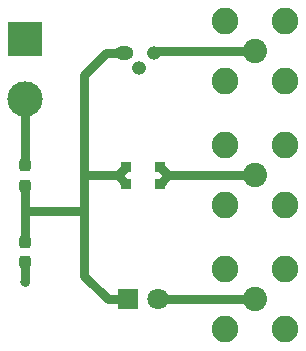
<source format=gbr>
%TF.GenerationSoftware,KiCad,Pcbnew,8.0.2*%
%TF.CreationDate,2025-01-11T01:25:53-03:00*%
%TF.ProjectId,PD,50442e6b-6963-4616-945f-706362585858,rev?*%
%TF.SameCoordinates,Original*%
%TF.FileFunction,Copper,L1,Top*%
%TF.FilePolarity,Positive*%
%FSLAX46Y46*%
G04 Gerber Fmt 4.6, Leading zero omitted, Abs format (unit mm)*
G04 Created by KiCad (PCBNEW 8.0.2) date 2025-01-11 01:25:53*
%MOMM*%
%LPD*%
G01*
G04 APERTURE LIST*
G04 Aperture macros list*
%AMRoundRect*
0 Rectangle with rounded corners*
0 $1 Rounding radius*
0 $2 $3 $4 $5 $6 $7 $8 $9 X,Y pos of 4 corners*
0 Add a 4 corners polygon primitive as box body*
4,1,4,$2,$3,$4,$5,$6,$7,$8,$9,$2,$3,0*
0 Add four circle primitives for the rounded corners*
1,1,$1+$1,$2,$3*
1,1,$1+$1,$4,$5*
1,1,$1+$1,$6,$7*
1,1,$1+$1,$8,$9*
0 Add four rect primitives between the rounded corners*
20,1,$1+$1,$2,$3,$4,$5,0*
20,1,$1+$1,$4,$5,$6,$7,0*
20,1,$1+$1,$6,$7,$8,$9,0*
20,1,$1+$1,$8,$9,$2,$3,0*%
G04 Aperture macros list end*
%TA.AperFunction,ComponentPad*%
%ADD10O,1.600000X1.200000*%
%TD*%
%TA.AperFunction,ComponentPad*%
%ADD11O,1.200000X1.200000*%
%TD*%
%TA.AperFunction,ComponentPad*%
%ADD12R,1.800000X1.800000*%
%TD*%
%TA.AperFunction,ComponentPad*%
%ADD13C,1.800000*%
%TD*%
%TA.AperFunction,SMDPad,CuDef*%
%ADD14RoundRect,0.237500X-0.237500X0.287500X-0.237500X-0.287500X0.237500X-0.287500X0.237500X0.287500X0*%
%TD*%
%TA.AperFunction,SMDPad,CuDef*%
%ADD15R,0.914400X0.838200*%
%TD*%
%TA.AperFunction,SMDPad,CuDef*%
%ADD16RoundRect,0.237500X-0.237500X0.300000X-0.237500X-0.300000X0.237500X-0.300000X0.237500X0.300000X0*%
%TD*%
%TA.AperFunction,ComponentPad*%
%ADD17R,3.000000X3.000000*%
%TD*%
%TA.AperFunction,ComponentPad*%
%ADD18C,3.000000*%
%TD*%
%TA.AperFunction,ComponentPad*%
%ADD19C,2.050000*%
%TD*%
%TA.AperFunction,ComponentPad*%
%ADD20C,2.250000*%
%TD*%
%TA.AperFunction,ViaPad*%
%ADD21C,0.812800*%
%TD*%
%TA.AperFunction,Conductor*%
%ADD22C,0.800000*%
%TD*%
G04 APERTURE END LIST*
D10*
%TO.P,D1,1,K*%
%TO.N,Net-(D1-K)*%
X114414724Y-67184724D03*
D11*
%TO.P,D1,2,C*%
%TO.N,GND*%
X115684724Y-68454724D03*
%TO.P,D1,3,A*%
%TO.N,Net-(D1-A)*%
X116954724Y-67184724D03*
%TD*%
D12*
%TO.P,D3,1,K*%
%TO.N,Net-(D1-K)*%
X114725000Y-88000000D03*
D13*
%TO.P,D3,2,A*%
%TO.N,Net-(D3-A)*%
X117265000Y-88000000D03*
%TD*%
D14*
%TO.P,L1,1*%
%TO.N,Net-(J5-Pin_2)*%
X106000000Y-76625000D03*
%TO.P,L1,2*%
%TO.N,Net-(D1-K)*%
X106000000Y-78375000D03*
%TD*%
D15*
%TO.P,D2,1,ANODE*%
%TO.N,Net-(J3-In)*%
X117447800Y-78198500D03*
%TO.P,D2,2,ANODE*%
X117447800Y-76801500D03*
%TO.P,D2,3,CATHODE*%
%TO.N,Net-(D1-K)*%
X114552200Y-76801500D03*
%TO.P,D2,4,CATHODE*%
X114552200Y-78198500D03*
%TD*%
D16*
%TO.P,C1,1*%
%TO.N,Net-(D1-K)*%
X106000000Y-83137500D03*
%TO.P,C1,2*%
%TO.N,GND*%
X106000000Y-84862500D03*
%TD*%
D17*
%TO.P,J5,1,Pin_1*%
%TO.N,GND*%
X106000000Y-66000000D03*
D18*
%TO.P,J5,2,Pin_2*%
%TO.N,Net-(J5-Pin_2)*%
X106000000Y-71080000D03*
%TD*%
D19*
%TO.P,J4,1,In*%
%TO.N,Net-(D3-A)*%
X125500000Y-88000000D03*
D20*
%TO.P,J4,2,Ext*%
%TO.N,GND*%
X128040000Y-90540000D03*
X128040000Y-85460000D03*
X122960000Y-90540000D03*
X122960000Y-85460000D03*
%TD*%
D19*
%TO.P,J2,1,In*%
%TO.N,Net-(D1-A)*%
X125500000Y-67000000D03*
D20*
%TO.P,J2,2,Ext*%
%TO.N,GND*%
X128040000Y-69540000D03*
X128040000Y-64460000D03*
X122960000Y-69540000D03*
X122960000Y-64460000D03*
%TD*%
D19*
%TO.P,J3,1,In*%
%TO.N,Net-(J3-In)*%
X125500000Y-77500000D03*
D20*
%TO.P,J3,2,Ext*%
%TO.N,GND*%
X128040000Y-80040000D03*
X128040000Y-74960000D03*
X122960000Y-80040000D03*
X122960000Y-74960000D03*
%TD*%
D21*
%TO.N,GND*%
X106000000Y-86500000D03*
%TD*%
D22*
%TO.N,GND*%
X106000000Y-84862501D02*
X106000000Y-86500000D01*
%TO.N,Net-(D1-A)*%
X116954724Y-67184724D02*
X117139448Y-67000000D01*
X117139448Y-67000000D02*
X125500000Y-67000000D01*
%TO.N,Net-(D1-K)*%
X106000000Y-80500000D02*
X106000000Y-78374999D01*
X111000000Y-80500000D02*
X111000000Y-86000000D01*
X111000000Y-77500000D02*
X113853700Y-77500000D01*
X111000000Y-80500000D02*
X111000000Y-77500000D01*
X106000000Y-83137499D02*
X106000000Y-80500000D01*
X111000000Y-86000000D02*
X113000000Y-88000000D01*
X112815276Y-67184724D02*
X114414724Y-67184724D01*
X113853700Y-77500000D02*
X114552200Y-78198500D01*
X113000000Y-88000000D02*
X114725000Y-88000000D01*
X111000000Y-69000000D02*
X112815276Y-67184724D01*
X113853700Y-77500000D02*
X114552200Y-76801500D01*
X111000000Y-77500000D02*
X111000000Y-69000000D01*
X106000000Y-80500000D02*
X111000000Y-80500000D01*
%TO.N,Net-(J3-In)*%
X118146300Y-77500000D02*
X117447800Y-78198500D01*
X125500000Y-77500000D02*
X118146300Y-77500000D01*
X118146300Y-77500000D02*
X117447800Y-76801500D01*
%TO.N,Net-(D3-A)*%
X117265000Y-88000000D02*
X125500000Y-88000000D01*
%TO.N,Net-(J5-Pin_2)*%
X106000000Y-76625001D02*
X106000000Y-71079999D01*
%TD*%
M02*

</source>
